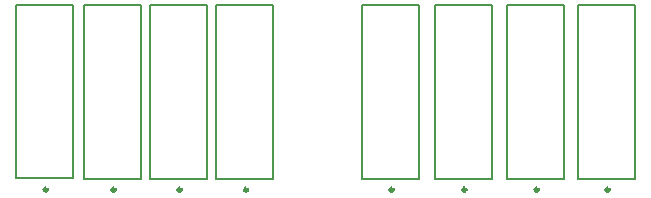
<source format=gbr>
G04 #@! TF.GenerationSoftware,KiCad,Pcbnew,(5.1.5)-3*
G04 #@! TF.CreationDate,2020-01-09T09:56:22-05:00*
G04 #@! TF.ProjectId,Multi_Expansion,4d756c74-695f-4457-9870-616e73696f6e,v2*
G04 #@! TF.SameCoordinates,Original*
G04 #@! TF.FileFunction,Other,ECO2*
%FSLAX46Y46*%
G04 Gerber Fmt 4.6, Leading zero omitted, Abs format (unit mm)*
G04 Created by KiCad (PCBNEW (5.1.5)-3) date 2020-01-09 09:56:22*
%MOMM*%
%LPD*%
G04 APERTURE LIST*
%ADD10C,0.300000*%
%ADD11C,0.127000*%
G04 APERTURE END LIST*
D10*
X123754020Y-152648600D02*
G75*
G03X123754020Y-152648600I-141420J0D01*
G01*
D11*
X125912600Y-151698600D02*
X121112600Y-151698600D01*
X125912600Y-136998600D02*
X125912600Y-151698600D01*
X121112600Y-136998600D02*
X125912600Y-136998600D01*
X121112600Y-151698600D02*
X121112600Y-136998600D01*
D10*
X105809020Y-152653600D02*
G75*
G03X105809020Y-152653600I-141420J0D01*
G01*
D11*
X107967600Y-151703600D02*
X103167600Y-151703600D01*
X107967600Y-137003600D02*
X107967600Y-151703600D01*
X103167600Y-137003600D02*
X107967600Y-137003600D01*
X103167600Y-151703600D02*
X103167600Y-137003600D01*
D10*
X142034520Y-152648600D02*
G75*
G03X142034520Y-152648600I-141420J0D01*
G01*
D11*
X144193100Y-151698600D02*
X139393100Y-151698600D01*
X144193100Y-136998600D02*
X144193100Y-151698600D01*
X139393100Y-136998600D02*
X144193100Y-136998600D01*
X139393100Y-151698600D02*
X139393100Y-136998600D01*
D10*
X136034020Y-152648600D02*
G75*
G03X136034020Y-152648600I-141420J0D01*
G01*
D11*
X138192600Y-151698600D02*
X133392600Y-151698600D01*
X138192600Y-136998600D02*
X138192600Y-151698600D01*
X133392600Y-136998600D02*
X138192600Y-136998600D01*
X133392600Y-151698600D02*
X133392600Y-136998600D01*
D10*
X129914020Y-152648600D02*
G75*
G03X129914020Y-152648600I-141420J0D01*
G01*
D11*
X132072600Y-151698600D02*
X127272600Y-151698600D01*
X132072600Y-136998600D02*
X132072600Y-151698600D01*
X127272600Y-136998600D02*
X132072600Y-136998600D01*
X127272600Y-151698600D02*
X127272600Y-136998600D01*
D10*
X111409020Y-152653600D02*
G75*
G03X111409020Y-152653600I-141420J0D01*
G01*
D11*
X113567600Y-151703600D02*
X108767600Y-151703600D01*
X113567600Y-137003600D02*
X113567600Y-151703600D01*
X108767600Y-137003600D02*
X113567600Y-137003600D01*
X108767600Y-151703600D02*
X108767600Y-137003600D01*
D10*
X100209020Y-152653600D02*
G75*
G03X100209020Y-152653600I-141420J0D01*
G01*
D11*
X102367600Y-151703600D02*
X97567600Y-151703600D01*
X102367600Y-137003600D02*
X102367600Y-151703600D01*
X97567600Y-137003600D02*
X102367600Y-137003600D01*
X97567600Y-151703600D02*
X97567600Y-137003600D01*
D10*
X94464020Y-152638600D02*
G75*
G03X94464020Y-152638600I-141420J0D01*
G01*
D11*
X96622600Y-151688600D02*
X91822600Y-151688600D01*
X96622600Y-136988600D02*
X96622600Y-151688600D01*
X91822600Y-136988600D02*
X96622600Y-136988600D01*
X91822600Y-151688600D02*
X91822600Y-136988600D01*
M02*

</source>
